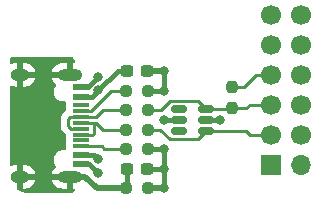
<source format=gtl>
%TF.GenerationSoftware,KiCad,Pcbnew,6.0.9+dfsg-1*%
%TF.CreationDate,2022-12-26T23:17:40+00:00*%
%TF.ProjectId,PMOD-USB-Device,504d4f44-2d55-4534-922d-446576696365,1*%
%TF.SameCoordinates,Original*%
%TF.FileFunction,Copper,L1,Top*%
%TF.FilePolarity,Positive*%
%FSLAX46Y46*%
G04 Gerber Fmt 4.6, Leading zero omitted, Abs format (unit mm)*
G04 Created by KiCad (PCBNEW 6.0.9+dfsg-1) date 2022-12-26 23:17:40*
%MOMM*%
%LPD*%
G01*
G04 APERTURE LIST*
G04 Aperture macros list*
%AMRoundRect*
0 Rectangle with rounded corners*
0 $1 Rounding radius*
0 $2 $3 $4 $5 $6 $7 $8 $9 X,Y pos of 4 corners*
0 Add a 4 corners polygon primitive as box body*
4,1,4,$2,$3,$4,$5,$6,$7,$8,$9,$2,$3,0*
0 Add four circle primitives for the rounded corners*
1,1,$1+$1,$2,$3*
1,1,$1+$1,$4,$5*
1,1,$1+$1,$6,$7*
1,1,$1+$1,$8,$9*
0 Add four rect primitives between the rounded corners*
20,1,$1+$1,$2,$3,$4,$5,0*
20,1,$1+$1,$4,$5,$6,$7,0*
20,1,$1+$1,$6,$7,$8,$9,0*
20,1,$1+$1,$8,$9,$2,$3,0*%
G04 Aperture macros list end*
%TA.AperFunction,SMDPad,CuDef*%
%ADD10RoundRect,0.237500X-0.250000X-0.237500X0.250000X-0.237500X0.250000X0.237500X-0.250000X0.237500X0*%
%TD*%
%TA.AperFunction,ComponentPad*%
%ADD11R,1.700000X1.700000*%
%TD*%
%TA.AperFunction,ComponentPad*%
%ADD12C,1.700000*%
%TD*%
%TA.AperFunction,ComponentPad*%
%ADD13O,1.700000X1.700000*%
%TD*%
%TA.AperFunction,SMDPad,CuDef*%
%ADD14RoundRect,0.150000X-0.512500X-0.150000X0.512500X-0.150000X0.512500X0.150000X-0.512500X0.150000X0*%
%TD*%
%TA.AperFunction,SMDPad,CuDef*%
%ADD15R,1.450000X0.600000*%
%TD*%
%TA.AperFunction,SMDPad,CuDef*%
%ADD16R,1.450000X0.300000*%
%TD*%
%TA.AperFunction,ComponentPad*%
%ADD17O,1.600000X1.000000*%
%TD*%
%TA.AperFunction,ComponentPad*%
%ADD18O,2.100000X1.000000*%
%TD*%
%TA.AperFunction,SMDPad,CuDef*%
%ADD19RoundRect,0.237500X0.237500X-0.250000X0.237500X0.250000X-0.237500X0.250000X-0.237500X-0.250000X0*%
%TD*%
%TA.AperFunction,SMDPad,CuDef*%
%ADD20RoundRect,0.237500X-0.300000X-0.237500X0.300000X-0.237500X0.300000X0.237500X-0.300000X0.237500X0*%
%TD*%
%TA.AperFunction,ViaPad*%
%ADD21C,0.800000*%
%TD*%
%TA.AperFunction,Conductor*%
%ADD22C,0.250000*%
%TD*%
%TA.AperFunction,Conductor*%
%ADD23C,0.400000*%
%TD*%
%TA.AperFunction,Conductor*%
%ADD24C,0.500000*%
%TD*%
G04 APERTURE END LIST*
D10*
%TO.P,R1,1*%
%TO.N,/shield*%
X88360600Y-99085400D03*
%TO.P,R1,2*%
%TO.N,GND*%
X90185600Y-99085400D03*
%TD*%
D11*
%TO.P,J2,1,Pin_1*%
%TO.N,unconnected-(J2-Pad1)*%
X100574000Y-97119600D03*
D12*
%TO.P,J2,2,Pin_2*%
%TO.N,/usb_dp_i*%
X100574000Y-94579600D03*
%TO.P,J2,3,Pin_3*%
%TO.N,/usb_dn_i*%
X100574000Y-92039600D03*
%TO.P,J2,4,Pin_4*%
%TO.N,/usb_pu_i*%
X100574000Y-89499600D03*
%TO.P,J2,5,Pin_5*%
%TO.N,GND*%
X100574000Y-86959600D03*
%TO.P,J2,6,Pin_6*%
%TO.N,unconnected-(J2-Pad6)*%
X100574000Y-84419600D03*
D13*
%TO.P,J2,7,Pin_7*%
%TO.N,unconnected-(J2-Pad7)*%
X103114000Y-97119600D03*
D12*
%TO.P,J2,8,Pin_8*%
%TO.N,unconnected-(J2-Pad8)*%
X103114000Y-94579600D03*
%TO.P,J2,9,Pin_9*%
%TO.N,unconnected-(J2-Pad9)*%
X103114000Y-92039600D03*
%TO.P,J2,10,Pin_10*%
%TO.N,unconnected-(J2-Pad10)*%
X103114000Y-89499600D03*
%TO.P,J2,11,Pin_11*%
%TO.N,GND*%
X103114000Y-86959600D03*
%TO.P,J2,12,Pin_12*%
%TO.N,unconnected-(J2-Pad12)*%
X103114000Y-84419600D03*
%TD*%
D14*
%TO.P,U1,1,I/O1*%
%TO.N,unconnected-(U1-Pad1)*%
X92835500Y-92369600D03*
%TO.P,U1,2,GND*%
%TO.N,GND*%
X92835500Y-93319600D03*
%TO.P,U1,3,I/O2*%
%TO.N,unconnected-(U1-Pad3)*%
X92835500Y-94269600D03*
%TO.P,U1,4,I/O2*%
%TO.N,/usb_dp_i*%
X95110500Y-94269600D03*
%TO.P,U1,5,VBUS*%
%TO.N,+5V*%
X95110500Y-93319600D03*
%TO.P,U1,6,I/O1*%
%TO.N,/usb_dn_i*%
X95110500Y-92369600D03*
%TD*%
D10*
%TO.P,R5,1*%
%TO.N,/usb_dp*%
X88366600Y-94132400D03*
%TO.P,R5,2*%
%TO.N,/usb_dp_i*%
X90191600Y-94132400D03*
%TD*%
%TO.P,R3,1*%
%TO.N,Net-(J1-PadB5)*%
X88360600Y-95783400D03*
%TO.P,R3,2*%
%TO.N,GND*%
X90185600Y-95783400D03*
%TD*%
D15*
%TO.P,J1,A1,GND*%
%TO.N,GND*%
X84485000Y-90552200D03*
%TO.P,J1,A4,VBUS*%
%TO.N,+5V*%
X84485000Y-91352200D03*
D16*
%TO.P,J1,A5,CC1*%
%TO.N,Net-(J1-PadA5)*%
X84485000Y-92552200D03*
%TO.P,J1,A6,D+*%
%TO.N,/usb_dp*%
X84485000Y-93552200D03*
%TO.P,J1,A7,D-*%
%TO.N,/usb_dn*%
X84485000Y-94052200D03*
%TO.P,J1,A8,SBU1*%
%TO.N,unconnected-(J1-PadA8)*%
X84485000Y-95052200D03*
D15*
%TO.P,J1,A9,VBUS*%
%TO.N,+5V*%
X84485000Y-96252200D03*
%TO.P,J1,A12,GND*%
%TO.N,GND*%
X84485000Y-97052200D03*
%TO.P,J1,B1,GND*%
X84485000Y-97052200D03*
%TO.P,J1,B4,VBUS*%
%TO.N,+5V*%
X84485000Y-96252200D03*
D16*
%TO.P,J1,B5,CC2*%
%TO.N,Net-(J1-PadB5)*%
X84485000Y-95552200D03*
%TO.P,J1,B6,D+*%
%TO.N,/usb_dp*%
X84485000Y-94552200D03*
%TO.P,J1,B7,D-*%
%TO.N,/usb_dn*%
X84485000Y-93052200D03*
%TO.P,J1,B8,SBU2*%
%TO.N,unconnected-(J1-PadB8)*%
X84485000Y-92052200D03*
D15*
%TO.P,J1,B9,VBUS*%
%TO.N,+5V*%
X84485000Y-91352200D03*
%TO.P,J1,B12,GND*%
%TO.N,GND*%
X84485000Y-90552200D03*
D17*
%TO.P,J1,S1,SHIELD*%
%TO.N,/shield*%
X79390000Y-98122200D03*
X79390000Y-89482200D03*
D18*
X83570000Y-89482200D03*
X83570000Y-98122200D03*
%TD*%
D10*
%TO.P,R4,1*%
%TO.N,/usb_dn*%
X88366600Y-92481400D03*
%TO.P,R4,2*%
%TO.N,/usb_dn_i*%
X90191600Y-92481400D03*
%TD*%
D19*
%TO.P,R6,1*%
%TO.N,/usb_dn_i*%
X97275000Y-92327100D03*
%TO.P,R6,2*%
%TO.N,/usb_pu_i*%
X97275000Y-90502100D03*
%TD*%
D10*
%TO.P,R2,1*%
%TO.N,Net-(J1-PadA5)*%
X88360600Y-90830400D03*
%TO.P,R2,2*%
%TO.N,GND*%
X90185600Y-90830400D03*
%TD*%
D20*
%TO.P,C1,1*%
%TO.N,/shield*%
X88410600Y-97434400D03*
%TO.P,C1,2*%
%TO.N,GND*%
X90135600Y-97434400D03*
%TD*%
%TO.P,C2,1*%
%TO.N,+5V*%
X88418500Y-89154000D03*
%TO.P,C2,2*%
%TO.N,GND*%
X90143500Y-89154000D03*
%TD*%
D21*
%TO.N,GND*%
X91592400Y-90830400D03*
X91592400Y-99060000D03*
X91567000Y-93319600D03*
X85979000Y-89662000D03*
X85979000Y-97790000D03*
X91592400Y-97434400D03*
X91592400Y-95808800D03*
X91592400Y-89154000D03*
%TO.N,+5V*%
X85979000Y-90805000D03*
X96266000Y-93319600D03*
X85979000Y-96647000D03*
%TD*%
D22*
%TO.N,GND*%
X91567000Y-99085400D02*
X91592400Y-99060000D01*
D23*
X85088800Y-90552200D02*
X85979000Y-89662000D01*
D22*
X91567000Y-95783400D02*
X91592400Y-95808800D01*
D24*
X90143500Y-89154000D02*
X91592400Y-89154000D01*
D23*
X90135600Y-97434400D02*
X91592400Y-97434400D01*
X91592400Y-89154000D02*
X91592400Y-90830400D01*
X85241200Y-97052200D02*
X85979000Y-97790000D01*
X84485000Y-97052200D02*
X85241200Y-97052200D01*
D24*
X90185600Y-99085400D02*
X91567000Y-99085400D01*
D23*
X91592400Y-95808800D02*
X91592400Y-97434400D01*
X84485000Y-90552200D02*
X85088800Y-90552200D01*
X91592400Y-97434400D02*
X91592400Y-99060000D01*
X90185600Y-90830400D02*
X91592400Y-90830400D01*
X90185600Y-95783400D02*
X91567000Y-95783400D01*
X92813000Y-93319600D02*
X91567000Y-93319600D01*
%TO.N,+5V*%
X87630000Y-89154000D02*
X88418500Y-89154000D01*
X84485000Y-96252200D02*
X85584200Y-96252200D01*
X84485000Y-91352200D02*
X85431800Y-91352200D01*
X85979000Y-90805000D02*
X87630000Y-89154000D01*
X95133000Y-93319600D02*
X96266000Y-93319600D01*
X85431800Y-91352200D02*
X85979000Y-90805000D01*
X85584200Y-96252200D02*
X85979000Y-96647000D01*
D22*
%TO.N,Net-(J1-PadA5)*%
X84485000Y-92552200D02*
X85374800Y-92552200D01*
X85374800Y-92552200D02*
X87096600Y-90830400D01*
X87096600Y-90830400D02*
X88360600Y-90830400D01*
%TO.N,Net-(J1-PadB5)*%
X86512400Y-95783400D02*
X86281200Y-95552200D01*
X84485000Y-95552200D02*
X86281200Y-95552200D01*
X88360600Y-95783400D02*
X86512400Y-95783400D01*
%TO.N,/usb_pu_i*%
X99324000Y-89499600D02*
X100574000Y-89499600D01*
X97275000Y-90502100D02*
X98321500Y-90502100D01*
X98321500Y-90502100D02*
X99324000Y-89499600D01*
%TO.N,/usb_dn_i*%
X90191600Y-92481400D02*
X91262200Y-92481400D01*
X97275000Y-92327100D02*
X98528500Y-92327100D01*
X98816000Y-92039600D02*
X100574000Y-92039600D01*
X94463400Y-91700000D02*
X95133000Y-92369600D01*
X92043600Y-91700000D02*
X94463400Y-91700000D01*
X97232500Y-92369600D02*
X97275000Y-92327100D01*
X95133000Y-92369600D02*
X97232500Y-92369600D01*
X98528500Y-92327100D02*
X98816000Y-92039600D01*
X91262200Y-92481400D02*
X92043600Y-91700000D01*
%TO.N,/usb_dp_i*%
X95133000Y-94269600D02*
X98486000Y-94269600D01*
X91236800Y-94132400D02*
X92054400Y-94950000D01*
X90191600Y-94132400D02*
X91236800Y-94132400D01*
X98486000Y-94269600D02*
X98796000Y-94579600D01*
X98796000Y-94579600D02*
X100574000Y-94579600D01*
X94452600Y-94950000D02*
X95133000Y-94269600D01*
X92054400Y-94950000D02*
X94452600Y-94950000D01*
%TO.N,/usb_dp*%
X84485000Y-94552200D02*
X85510000Y-94552200D01*
X85517800Y-93552200D02*
X85805200Y-93552200D01*
X85644800Y-94417400D02*
X85644800Y-93679200D01*
X84485000Y-93552200D02*
X85517800Y-93552200D01*
X85510000Y-94552200D02*
X85644800Y-94417400D01*
X85805200Y-93552200D02*
X86385400Y-94132400D01*
X85644800Y-93679200D02*
X85517800Y-93552200D01*
X86385400Y-94132400D02*
X88366600Y-94132400D01*
%TO.N,/usb_dn*%
X85763800Y-93052200D02*
X86360000Y-92456000D01*
X86360000Y-92456000D02*
X88341200Y-92456000D01*
X83435000Y-93243000D02*
X83435000Y-93849000D01*
X84485000Y-93052200D02*
X85763800Y-93052200D01*
X83435000Y-93849000D02*
X83636000Y-94050000D01*
X84485000Y-93050000D02*
X83628000Y-93050000D01*
X83628000Y-93050000D02*
X83435000Y-93243000D01*
X83636000Y-94050000D02*
X84485000Y-94050000D01*
%TO.N,/shield*%
X88410600Y-99035400D02*
X88360600Y-99085400D01*
D24*
X84863400Y-98122200D02*
X85852000Y-99110800D01*
X88335200Y-99110800D02*
X88360600Y-99085400D01*
X83570000Y-98122200D02*
X84863400Y-98122200D01*
X85852000Y-99110800D02*
X88335200Y-99110800D01*
D23*
X88410600Y-97434400D02*
X88410600Y-99035400D01*
%TD*%
%TA.AperFunction,Conductor*%
%TO.N,/shield*%
G36*
X83815931Y-88020002D02*
G01*
X83836905Y-88036905D01*
X83963095Y-88163095D01*
X83997121Y-88225407D01*
X84000000Y-88252190D01*
X84000000Y-88348200D01*
X83979998Y-88416321D01*
X83926342Y-88462814D01*
X83874000Y-88474200D01*
X83842115Y-88474200D01*
X83826876Y-88478675D01*
X83825671Y-88480065D01*
X83824000Y-88487748D01*
X83824000Y-89610200D01*
X83803998Y-89678321D01*
X83750342Y-89724814D01*
X83698000Y-89736200D01*
X82062076Y-89736200D01*
X82048545Y-89740173D01*
X82047425Y-89747968D01*
X82079138Y-89855721D01*
X82083731Y-89867089D01*
X82169607Y-90031354D01*
X82176321Y-90041615D01*
X82292468Y-90186073D01*
X82301045Y-90194832D01*
X82353110Y-90238519D01*
X82392436Y-90297628D01*
X82393563Y-90368616D01*
X82376331Y-90405863D01*
X82299723Y-90518588D01*
X82232470Y-90686734D01*
X82231356Y-90693462D01*
X82231355Y-90693466D01*
X82210107Y-90821815D01*
X82202892Y-90865398D01*
X82212370Y-91046247D01*
X82260461Y-91220841D01*
X82344922Y-91381036D01*
X82349327Y-91386249D01*
X82349330Y-91386253D01*
X82457406Y-91514143D01*
X82457410Y-91514147D01*
X82461813Y-91519357D01*
X82467237Y-91523504D01*
X82467238Y-91523505D01*
X82600257Y-91625206D01*
X82600261Y-91625209D01*
X82605678Y-91629350D01*
X82710814Y-91678375D01*
X82763631Y-91703005D01*
X82763634Y-91703006D01*
X82769808Y-91705885D01*
X82776456Y-91707371D01*
X82776459Y-91707372D01*
X82882421Y-91731057D01*
X82946543Y-91745390D01*
X82952088Y-91745700D01*
X83085244Y-91745700D01*
X83111892Y-91742805D01*
X83181774Y-91755333D01*
X83233790Y-91803653D01*
X83251500Y-91868068D01*
X83251500Y-92250334D01*
X83251869Y-92253729D01*
X83251869Y-92253733D01*
X83255656Y-92288593D01*
X83255656Y-92315806D01*
X83251500Y-92354066D01*
X83251500Y-92476294D01*
X83231498Y-92544415D01*
X83199563Y-92578228D01*
X83197311Y-92579865D01*
X83190893Y-92584528D01*
X83162712Y-92618593D01*
X83154722Y-92627373D01*
X83042747Y-92739348D01*
X83034461Y-92746888D01*
X83027982Y-92751000D01*
X83022557Y-92756777D01*
X82981357Y-92800651D01*
X82978602Y-92803493D01*
X82958865Y-92823230D01*
X82956385Y-92826427D01*
X82948682Y-92835447D01*
X82918414Y-92867679D01*
X82914595Y-92874625D01*
X82914593Y-92874628D01*
X82908652Y-92885434D01*
X82897801Y-92901953D01*
X82885386Y-92917959D01*
X82882241Y-92925228D01*
X82882238Y-92925232D01*
X82867826Y-92958537D01*
X82862609Y-92969187D01*
X82841305Y-93007940D01*
X82839334Y-93015615D01*
X82839334Y-93015616D01*
X82836267Y-93027562D01*
X82829863Y-93046266D01*
X82821819Y-93064855D01*
X82820580Y-93072678D01*
X82820577Y-93072688D01*
X82814901Y-93108524D01*
X82812495Y-93120144D01*
X82801500Y-93162970D01*
X82801500Y-93183224D01*
X82799949Y-93202934D01*
X82796780Y-93222943D01*
X82797526Y-93230835D01*
X82800941Y-93266961D01*
X82801500Y-93278819D01*
X82801500Y-93770233D01*
X82800973Y-93781416D01*
X82799298Y-93788909D01*
X82799547Y-93796835D01*
X82799547Y-93796836D01*
X82801438Y-93856986D01*
X82801500Y-93860945D01*
X82801500Y-93888856D01*
X82801997Y-93892790D01*
X82801997Y-93892791D01*
X82802005Y-93892856D01*
X82802938Y-93904693D01*
X82804327Y-93948889D01*
X82809978Y-93968339D01*
X82813987Y-93987700D01*
X82816526Y-94007797D01*
X82819445Y-94015168D01*
X82819445Y-94015170D01*
X82832804Y-94048912D01*
X82836649Y-94060142D01*
X82848982Y-94102593D01*
X82853015Y-94109412D01*
X82853017Y-94109417D01*
X82859293Y-94120028D01*
X82867988Y-94137776D01*
X82875448Y-94156617D01*
X82880110Y-94163033D01*
X82880110Y-94163034D01*
X82901436Y-94192387D01*
X82907952Y-94202307D01*
X82930458Y-94240362D01*
X82944782Y-94254686D01*
X82957617Y-94269713D01*
X82969528Y-94286107D01*
X82975636Y-94291160D01*
X83003597Y-94314292D01*
X83012375Y-94322280D01*
X83132352Y-94442256D01*
X83139888Y-94450538D01*
X83144000Y-94457018D01*
X83149779Y-94462445D01*
X83149780Y-94462446D01*
X83193652Y-94503644D01*
X83196494Y-94506399D01*
X83214595Y-94524500D01*
X83248621Y-94586812D01*
X83251500Y-94613595D01*
X83251500Y-94750334D01*
X83251869Y-94753729D01*
X83251869Y-94753733D01*
X83255656Y-94788593D01*
X83255656Y-94815806D01*
X83251500Y-94854066D01*
X83251500Y-95250334D01*
X83251869Y-95253729D01*
X83251869Y-95253733D01*
X83255656Y-95288593D01*
X83255656Y-95315806D01*
X83251500Y-95354066D01*
X83251500Y-95732700D01*
X83231498Y-95800821D01*
X83177842Y-95847314D01*
X83125500Y-95858700D01*
X82994756Y-95858700D01*
X82859963Y-95873343D01*
X82741810Y-95913106D01*
X82694796Y-95928928D01*
X82694794Y-95928929D01*
X82688325Y-95931106D01*
X82533095Y-96024377D01*
X82528138Y-96029065D01*
X82528135Y-96029067D01*
X82440699Y-96111752D01*
X82401515Y-96148807D01*
X82397683Y-96154445D01*
X82397680Y-96154449D01*
X82376442Y-96185700D01*
X82299723Y-96298588D01*
X82232470Y-96466734D01*
X82231356Y-96473462D01*
X82231355Y-96473466D01*
X82204007Y-96638661D01*
X82202892Y-96645398D01*
X82212370Y-96826247D01*
X82214181Y-96832820D01*
X82214181Y-96832823D01*
X82258648Y-96994259D01*
X82260461Y-97000841D01*
X82344922Y-97161036D01*
X82349327Y-97166249D01*
X82349330Y-97166253D01*
X82367694Y-97187983D01*
X82396386Y-97252924D01*
X82385413Y-97323068D01*
X82351092Y-97366954D01*
X82311067Y-97399597D01*
X82302363Y-97408241D01*
X82184216Y-97551056D01*
X82177356Y-97561227D01*
X82089196Y-97724276D01*
X82084444Y-97735581D01*
X82048750Y-97850892D01*
X82048544Y-97864995D01*
X82055299Y-97868200D01*
X83698000Y-97868200D01*
X83766121Y-97888202D01*
X83812614Y-97941858D01*
X83824000Y-97994200D01*
X83824000Y-99112085D01*
X83828475Y-99127324D01*
X83829865Y-99128529D01*
X83837548Y-99130200D01*
X83865610Y-99130200D01*
X83933731Y-99150202D01*
X83980224Y-99203858D01*
X83990328Y-99274132D01*
X83960834Y-99338712D01*
X83954705Y-99345295D01*
X83845405Y-99454595D01*
X83783093Y-99488621D01*
X83756310Y-99491500D01*
X80049367Y-99491500D01*
X80029982Y-99490000D01*
X80015149Y-99487690D01*
X80015145Y-99487690D01*
X80006276Y-99486309D01*
X79991019Y-99488304D01*
X79965698Y-99489047D01*
X79796715Y-99476961D01*
X79778936Y-99474404D01*
X79588607Y-99433001D01*
X79571359Y-99427937D01*
X79388850Y-99359864D01*
X79372498Y-99352396D01*
X79201542Y-99259048D01*
X79186426Y-99249334D01*
X79183063Y-99246817D01*
X79140519Y-99189983D01*
X79136242Y-99130200D01*
X79136000Y-99130200D01*
X79136000Y-99126814D01*
X79135453Y-99119168D01*
X79136000Y-99116653D01*
X79136000Y-99112085D01*
X79644000Y-99112085D01*
X79648475Y-99127324D01*
X79649865Y-99128529D01*
X79657548Y-99130200D01*
X79736657Y-99130200D01*
X79742805Y-99129899D01*
X79880603Y-99116388D01*
X79892638Y-99114005D01*
X80070076Y-99060433D01*
X80081416Y-99055759D01*
X80245077Y-98968740D01*
X80255294Y-98961951D01*
X80398933Y-98844803D01*
X80407637Y-98836159D01*
X80525784Y-98693344D01*
X80532644Y-98683173D01*
X80620804Y-98520124D01*
X80625556Y-98508819D01*
X80661250Y-98393508D01*
X80661331Y-98387968D01*
X82047425Y-98387968D01*
X82079138Y-98495721D01*
X82083731Y-98507089D01*
X82169607Y-98671354D01*
X82176321Y-98681615D01*
X82292468Y-98826073D01*
X82301046Y-98834832D01*
X82443039Y-98953978D01*
X82453159Y-98960908D01*
X82615585Y-99050202D01*
X82626858Y-99055034D01*
X82803538Y-99111080D01*
X82815532Y-99113630D01*
X82959761Y-99129807D01*
X82966785Y-99130200D01*
X83297885Y-99130200D01*
X83313124Y-99125725D01*
X83314329Y-99124335D01*
X83316000Y-99116652D01*
X83316000Y-98394315D01*
X83311525Y-98379076D01*
X83310135Y-98377871D01*
X83302452Y-98376200D01*
X82062076Y-98376200D01*
X82048545Y-98380173D01*
X82047425Y-98387968D01*
X80661331Y-98387968D01*
X80661456Y-98379405D01*
X80654701Y-98376200D01*
X79662115Y-98376200D01*
X79646876Y-98380675D01*
X79645671Y-98382065D01*
X79644000Y-98389748D01*
X79644000Y-99112085D01*
X79136000Y-99112085D01*
X79136000Y-97850085D01*
X79644000Y-97850085D01*
X79648475Y-97865324D01*
X79649865Y-97866529D01*
X79657548Y-97868200D01*
X80647924Y-97868200D01*
X80661455Y-97864227D01*
X80662575Y-97856432D01*
X80630862Y-97748679D01*
X80626269Y-97737311D01*
X80540393Y-97573046D01*
X80533679Y-97562785D01*
X80417532Y-97418327D01*
X80408954Y-97409568D01*
X80266961Y-97290422D01*
X80256841Y-97283492D01*
X80094415Y-97194198D01*
X80083142Y-97189366D01*
X79906462Y-97133320D01*
X79894468Y-97130770D01*
X79750239Y-97114593D01*
X79743215Y-97114200D01*
X79662115Y-97114200D01*
X79646876Y-97118675D01*
X79645671Y-97120065D01*
X79644000Y-97127748D01*
X79644000Y-97850085D01*
X79136000Y-97850085D01*
X79136000Y-97132315D01*
X79131525Y-97117076D01*
X79130135Y-97115871D01*
X79122452Y-97114200D01*
X79043343Y-97114200D01*
X79037195Y-97114501D01*
X78899397Y-97128012D01*
X78887362Y-97130395D01*
X78709924Y-97183967D01*
X78698585Y-97188640D01*
X78693655Y-97191262D01*
X78624118Y-97205583D01*
X78557877Y-97180035D01*
X78515963Y-97122731D01*
X78508500Y-97080011D01*
X78508500Y-90525392D01*
X78528502Y-90457271D01*
X78582158Y-90410778D01*
X78652432Y-90400674D01*
X78684138Y-90409582D01*
X78696858Y-90415034D01*
X78873538Y-90471080D01*
X78885532Y-90473630D01*
X79029761Y-90489807D01*
X79036785Y-90490200D01*
X79117885Y-90490200D01*
X79133124Y-90485725D01*
X79134329Y-90484335D01*
X79136000Y-90476652D01*
X79136000Y-90472085D01*
X79644000Y-90472085D01*
X79648475Y-90487324D01*
X79649865Y-90488529D01*
X79657548Y-90490200D01*
X79736657Y-90490200D01*
X79742805Y-90489899D01*
X79880603Y-90476388D01*
X79892638Y-90474005D01*
X80070076Y-90420433D01*
X80081416Y-90415759D01*
X80245077Y-90328740D01*
X80255294Y-90321951D01*
X80398933Y-90204803D01*
X80407637Y-90196159D01*
X80525784Y-90053344D01*
X80532644Y-90043173D01*
X80620804Y-89880124D01*
X80625556Y-89868819D01*
X80661250Y-89753508D01*
X80661456Y-89739405D01*
X80654701Y-89736200D01*
X79662115Y-89736200D01*
X79646876Y-89740675D01*
X79645671Y-89742065D01*
X79644000Y-89749748D01*
X79644000Y-90472085D01*
X79136000Y-90472085D01*
X79136000Y-89210085D01*
X79644000Y-89210085D01*
X79648475Y-89225324D01*
X79649865Y-89226529D01*
X79657548Y-89228200D01*
X80647924Y-89228200D01*
X80658839Y-89224995D01*
X82048544Y-89224995D01*
X82055299Y-89228200D01*
X83297885Y-89228200D01*
X83313124Y-89223725D01*
X83314329Y-89222335D01*
X83316000Y-89214652D01*
X83316000Y-88492315D01*
X83311525Y-88477076D01*
X83310135Y-88475871D01*
X83302452Y-88474200D01*
X82973343Y-88474200D01*
X82967195Y-88474501D01*
X82829397Y-88488012D01*
X82817362Y-88490395D01*
X82639924Y-88543967D01*
X82628584Y-88548641D01*
X82464923Y-88635660D01*
X82454706Y-88642449D01*
X82311067Y-88759597D01*
X82302363Y-88768241D01*
X82184216Y-88911056D01*
X82177356Y-88921227D01*
X82089196Y-89084276D01*
X82084444Y-89095581D01*
X82048750Y-89210892D01*
X82048544Y-89224995D01*
X80658839Y-89224995D01*
X80661455Y-89224227D01*
X80662575Y-89216432D01*
X80630862Y-89108679D01*
X80626269Y-89097311D01*
X80540393Y-88933046D01*
X80533679Y-88922785D01*
X80417532Y-88778327D01*
X80408954Y-88769568D01*
X80266961Y-88650422D01*
X80256841Y-88643492D01*
X80094415Y-88554198D01*
X80083142Y-88549366D01*
X79906462Y-88493320D01*
X79894468Y-88490770D01*
X79750239Y-88474593D01*
X79743215Y-88474200D01*
X79662115Y-88474200D01*
X79646876Y-88478675D01*
X79645671Y-88480065D01*
X79644000Y-88487748D01*
X79644000Y-89210085D01*
X79136000Y-89210085D01*
X79136000Y-88492315D01*
X79131525Y-88477076D01*
X79130135Y-88475871D01*
X79122452Y-88474200D01*
X79043343Y-88474200D01*
X79037195Y-88474501D01*
X78899397Y-88488012D01*
X78887362Y-88490395D01*
X78709924Y-88543967D01*
X78698585Y-88548640D01*
X78693655Y-88551262D01*
X78624118Y-88565583D01*
X78557877Y-88540035D01*
X78515963Y-88482731D01*
X78508500Y-88440011D01*
X78508500Y-88126000D01*
X78528502Y-88057879D01*
X78582158Y-88011386D01*
X78634500Y-88000000D01*
X83747810Y-88000000D01*
X83815931Y-88020002D01*
G37*
%TD.AperFunction*%
%TD*%
M02*

</source>
